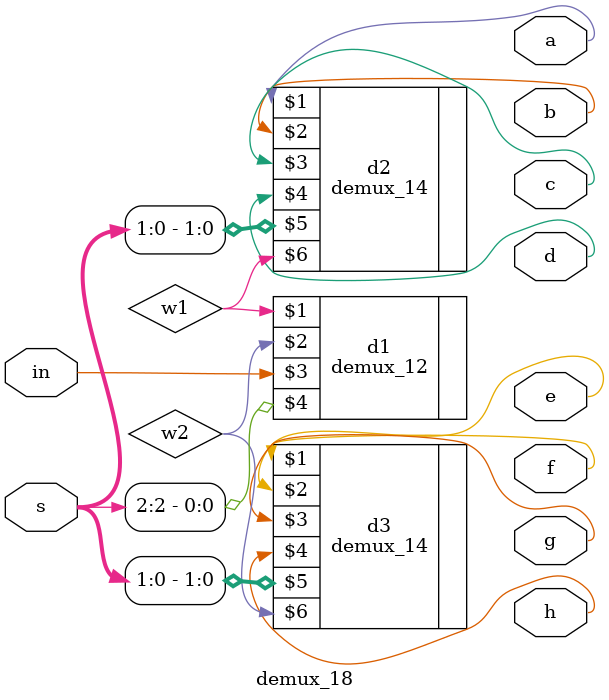
<source format=v>
`timescale 1ns / 1ps

module demux_18(a,b,c,d,e,f,g,h,s,in);
input in; input [2:0]s;
output a,b,c,d,e,f,g,h;
wire w1,w2;

demux_12 d1 (w1,w2,in,s[2]);
demux_14 d2 (a,b,c,d,s[1:0],w1);
demux_14 d3 (e,f,g,h,s[1:0],w2);

endmodule

</source>
